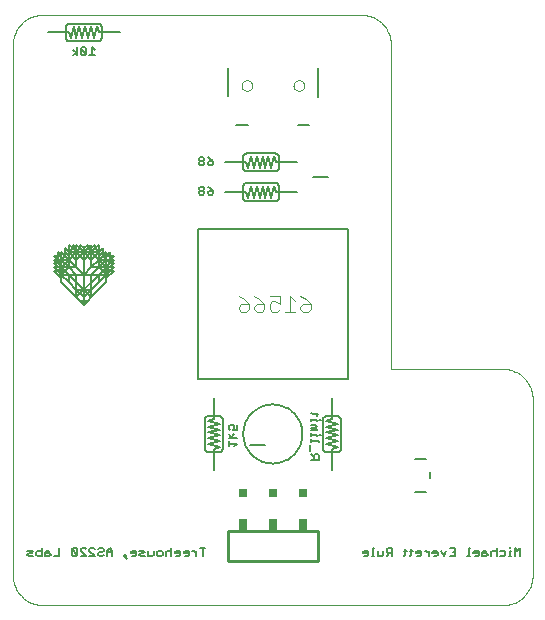
<source format=gbo>
G75*
G70*
%OFA0B0*%
%FSLAX24Y24*%
%IPPOS*%
%LPD*%
%AMOC8*
5,1,8,0,0,1.08239X$1,22.5*
%
%ADD10C,0.0000*%
%ADD11C,0.0050*%
%ADD12C,0.0040*%
%ADD13C,0.0080*%
%ADD14C,0.0100*%
%ADD15R,0.0300X0.0400*%
%ADD16R,0.0300X0.0300*%
D10*
X001123Y001047D02*
X016445Y001047D01*
X016505Y001049D01*
X016566Y001054D01*
X016625Y001063D01*
X016684Y001076D01*
X016743Y001092D01*
X016800Y001112D01*
X016855Y001135D01*
X016910Y001162D01*
X016962Y001191D01*
X017013Y001224D01*
X017062Y001260D01*
X017108Y001298D01*
X017152Y001340D01*
X017194Y001384D01*
X017232Y001430D01*
X017268Y001479D01*
X017301Y001530D01*
X017330Y001582D01*
X017357Y001637D01*
X017380Y001692D01*
X017400Y001749D01*
X017416Y001808D01*
X017429Y001867D01*
X017438Y001926D01*
X017443Y001987D01*
X017445Y002047D01*
X017445Y007921D01*
X017443Y007981D01*
X017438Y008042D01*
X017429Y008101D01*
X017416Y008160D01*
X017400Y008219D01*
X017380Y008276D01*
X017357Y008331D01*
X017330Y008386D01*
X017301Y008438D01*
X017268Y008489D01*
X017232Y008538D01*
X017194Y008584D01*
X017152Y008628D01*
X017108Y008670D01*
X017062Y008708D01*
X017013Y008744D01*
X016962Y008777D01*
X016910Y008806D01*
X016855Y008833D01*
X016800Y008856D01*
X016743Y008876D01*
X016684Y008892D01*
X016625Y008905D01*
X016566Y008914D01*
X016505Y008919D01*
X016445Y008921D01*
X012721Y008921D01*
X012721Y019732D01*
X012719Y019792D01*
X012714Y019853D01*
X012705Y019912D01*
X012692Y019971D01*
X012676Y020030D01*
X012656Y020087D01*
X012633Y020142D01*
X012606Y020197D01*
X012577Y020249D01*
X012544Y020300D01*
X012508Y020349D01*
X012470Y020395D01*
X012428Y020439D01*
X012384Y020481D01*
X012338Y020519D01*
X012289Y020555D01*
X012238Y020588D01*
X012186Y020617D01*
X012131Y020644D01*
X012076Y020667D01*
X012019Y020687D01*
X011960Y020703D01*
X011901Y020716D01*
X011842Y020725D01*
X011781Y020730D01*
X011721Y020732D01*
X001123Y020732D01*
X001063Y020730D01*
X001002Y020725D01*
X000943Y020716D01*
X000884Y020703D01*
X000825Y020687D01*
X000768Y020667D01*
X000713Y020644D01*
X000658Y020617D01*
X000606Y020588D01*
X000555Y020555D01*
X000506Y020519D01*
X000460Y020481D01*
X000416Y020439D01*
X000374Y020395D01*
X000336Y020349D01*
X000300Y020300D01*
X000267Y020249D01*
X000238Y020197D01*
X000211Y020142D01*
X000188Y020087D01*
X000168Y020030D01*
X000152Y019971D01*
X000139Y019912D01*
X000130Y019853D01*
X000125Y019792D01*
X000123Y019732D01*
X000123Y002047D01*
X000125Y001987D01*
X000130Y001926D01*
X000139Y001867D01*
X000152Y001808D01*
X000168Y001749D01*
X000188Y001692D01*
X000211Y001637D01*
X000238Y001582D01*
X000267Y001530D01*
X000300Y001479D01*
X000336Y001430D01*
X000374Y001384D01*
X000416Y001340D01*
X000460Y001298D01*
X000506Y001260D01*
X000555Y001224D01*
X000606Y001191D01*
X000658Y001162D01*
X000713Y001135D01*
X000768Y001112D01*
X000825Y001092D01*
X000884Y001076D01*
X000943Y001063D01*
X001002Y001054D01*
X001063Y001049D01*
X001123Y001047D01*
X007741Y018370D02*
X007743Y018396D01*
X007749Y018422D01*
X007759Y018447D01*
X007772Y018470D01*
X007788Y018490D01*
X007808Y018508D01*
X007830Y018523D01*
X007853Y018535D01*
X007879Y018543D01*
X007905Y018547D01*
X007931Y018547D01*
X007957Y018543D01*
X007983Y018535D01*
X008007Y018523D01*
X008028Y018508D01*
X008048Y018490D01*
X008064Y018470D01*
X008077Y018447D01*
X008087Y018422D01*
X008093Y018396D01*
X008095Y018370D01*
X008093Y018344D01*
X008087Y018318D01*
X008077Y018293D01*
X008064Y018270D01*
X008048Y018250D01*
X008028Y018232D01*
X008006Y018217D01*
X007983Y018205D01*
X007957Y018197D01*
X007931Y018193D01*
X007905Y018193D01*
X007879Y018197D01*
X007853Y018205D01*
X007829Y018217D01*
X007808Y018232D01*
X007788Y018250D01*
X007772Y018270D01*
X007759Y018293D01*
X007749Y018318D01*
X007743Y018344D01*
X007741Y018370D01*
X009473Y018370D02*
X009475Y018396D01*
X009481Y018422D01*
X009491Y018447D01*
X009504Y018470D01*
X009520Y018490D01*
X009540Y018508D01*
X009562Y018523D01*
X009585Y018535D01*
X009611Y018543D01*
X009637Y018547D01*
X009663Y018547D01*
X009689Y018543D01*
X009715Y018535D01*
X009739Y018523D01*
X009760Y018508D01*
X009780Y018490D01*
X009796Y018470D01*
X009809Y018447D01*
X009819Y018422D01*
X009825Y018396D01*
X009827Y018370D01*
X009825Y018344D01*
X009819Y018318D01*
X009809Y018293D01*
X009796Y018270D01*
X009780Y018250D01*
X009760Y018232D01*
X009738Y018217D01*
X009715Y018205D01*
X009689Y018197D01*
X009663Y018193D01*
X009637Y018193D01*
X009611Y018197D01*
X009585Y018205D01*
X009561Y018217D01*
X009540Y018232D01*
X009520Y018250D01*
X009504Y018270D01*
X009491Y018293D01*
X009481Y018318D01*
X009475Y018344D01*
X009473Y018370D01*
D11*
X010280Y017976D02*
X010280Y018960D01*
X010004Y017070D02*
X009611Y017070D01*
X008881Y016106D02*
X007900Y016106D01*
X007883Y016104D01*
X007866Y016100D01*
X007850Y016093D01*
X007836Y016083D01*
X007823Y016070D01*
X007813Y016056D01*
X007806Y016040D01*
X007802Y016023D01*
X007800Y016006D01*
X007800Y015615D01*
X007802Y015598D01*
X007806Y015581D01*
X007813Y015565D01*
X007823Y015551D01*
X007836Y015538D01*
X007850Y015528D01*
X007866Y015521D01*
X007883Y015517D01*
X007900Y015515D01*
X008881Y015515D01*
X008898Y015517D01*
X008915Y015521D01*
X008931Y015528D01*
X008945Y015538D01*
X008958Y015551D01*
X008968Y015565D01*
X008975Y015581D01*
X008979Y015598D01*
X008981Y015615D01*
X008981Y016006D01*
X008979Y016023D01*
X008975Y016040D01*
X008968Y016056D01*
X008958Y016070D01*
X008945Y016083D01*
X008931Y016093D01*
X008915Y016100D01*
X008898Y016104D01*
X008881Y016106D01*
X008833Y016007D02*
X008882Y015810D01*
X009579Y015810D01*
X008881Y015121D02*
X007900Y015121D01*
X007883Y015119D01*
X007866Y015115D01*
X007850Y015108D01*
X007836Y015098D01*
X007823Y015085D01*
X007813Y015071D01*
X007806Y015055D01*
X007802Y015038D01*
X007800Y015021D01*
X007800Y014631D01*
X007802Y014614D01*
X007806Y014597D01*
X007813Y014581D01*
X007823Y014567D01*
X007836Y014554D01*
X007850Y014544D01*
X007866Y014537D01*
X007883Y014533D01*
X007900Y014531D01*
X008881Y014531D01*
X008898Y014533D01*
X008915Y014537D01*
X008931Y014544D01*
X008945Y014554D01*
X008958Y014567D01*
X008968Y014581D01*
X008975Y014597D01*
X008979Y014614D01*
X008981Y014631D01*
X008981Y015021D01*
X008979Y015038D01*
X008975Y015055D01*
X008968Y015071D01*
X008958Y015085D01*
X008945Y015098D01*
X008931Y015108D01*
X008915Y015115D01*
X008898Y015119D01*
X008881Y015121D01*
X008833Y015023D02*
X008882Y014826D01*
X009579Y014826D01*
X008833Y015023D02*
X008735Y014629D01*
X008636Y015023D01*
X008538Y014629D01*
X008440Y015023D01*
X008341Y014629D01*
X008243Y015023D01*
X008144Y014629D01*
X008046Y015023D01*
X007947Y014629D01*
X007898Y014826D01*
X007201Y014826D01*
X006789Y014863D02*
X006654Y014863D01*
X006609Y014818D01*
X006609Y014773D01*
X006654Y014728D01*
X006744Y014728D01*
X006789Y014773D01*
X006789Y014863D01*
X006699Y014953D01*
X006609Y014998D01*
X006495Y014953D02*
X006495Y014908D01*
X006450Y014863D01*
X006359Y014863D01*
X006314Y014818D01*
X006314Y014773D01*
X006359Y014728D01*
X006450Y014728D01*
X006495Y014773D01*
X006495Y014818D01*
X006450Y014863D01*
X006359Y014863D02*
X006314Y014908D01*
X006314Y014953D01*
X006359Y014998D01*
X006450Y014998D01*
X006495Y014953D01*
X006450Y015712D02*
X006495Y015757D01*
X006495Y015802D01*
X006450Y015847D01*
X006359Y015847D01*
X006314Y015802D01*
X006314Y015757D01*
X006359Y015712D01*
X006450Y015712D01*
X006450Y015847D02*
X006495Y015892D01*
X006495Y015937D01*
X006450Y015983D01*
X006359Y015983D01*
X006314Y015937D01*
X006314Y015892D01*
X006359Y015847D01*
X006609Y015802D02*
X006609Y015757D01*
X006654Y015712D01*
X006744Y015712D01*
X006789Y015757D01*
X006789Y015847D01*
X006654Y015847D01*
X006609Y015802D01*
X006699Y015937D02*
X006609Y015983D01*
X006699Y015937D02*
X006789Y015847D01*
X007201Y015810D02*
X007898Y015810D01*
X007947Y015614D01*
X008046Y016007D01*
X008144Y015614D01*
X008243Y016007D01*
X008341Y015614D01*
X008440Y016007D01*
X008538Y015614D01*
X008636Y016007D01*
X008735Y015614D01*
X008833Y016007D01*
X007957Y017070D02*
X007564Y017070D01*
X007288Y018015D02*
X007288Y018960D01*
X003674Y020141D02*
X002977Y020141D01*
X002928Y020338D01*
X002829Y019944D01*
X002731Y020338D01*
X002632Y019944D01*
X002534Y020338D01*
X002436Y019944D01*
X002337Y020338D01*
X002239Y019944D01*
X002140Y020338D01*
X002042Y019944D01*
X001993Y020141D01*
X001296Y020141D01*
X001894Y019946D02*
X001894Y020336D01*
X001896Y020353D01*
X001900Y020370D01*
X001907Y020386D01*
X001917Y020400D01*
X001930Y020413D01*
X001944Y020423D01*
X001960Y020430D01*
X001977Y020434D01*
X001994Y020436D01*
X002975Y020436D01*
X002992Y020434D01*
X003009Y020430D01*
X003025Y020423D01*
X003039Y020413D01*
X003052Y020400D01*
X003062Y020386D01*
X003069Y020370D01*
X003073Y020353D01*
X003075Y020336D01*
X003075Y019946D01*
X003073Y019929D01*
X003069Y019912D01*
X003062Y019896D01*
X003052Y019882D01*
X003039Y019869D01*
X003025Y019859D01*
X003009Y019852D01*
X002992Y019848D01*
X002975Y019846D01*
X001994Y019846D01*
X001977Y019848D01*
X001960Y019852D01*
X001944Y019859D01*
X001930Y019869D01*
X001917Y019882D01*
X001907Y019896D01*
X001900Y019912D01*
X001896Y019929D01*
X001894Y019946D01*
X002129Y019559D02*
X002264Y019469D01*
X002129Y019379D01*
X002264Y019379D02*
X002264Y019649D01*
X002379Y019604D02*
X002379Y019424D01*
X002424Y019379D01*
X002514Y019379D01*
X002559Y019424D01*
X002379Y019604D01*
X002424Y019649D01*
X002514Y019649D01*
X002559Y019604D01*
X002559Y019424D01*
X002673Y019379D02*
X002854Y019379D01*
X002763Y019379D02*
X002763Y019649D01*
X002854Y019559D01*
X006284Y013586D02*
X011284Y013586D01*
X011284Y008586D01*
X006284Y008586D01*
X006284Y013586D01*
X003485Y012695D02*
X003360Y012695D01*
X003360Y012820D01*
X003235Y012695D01*
X003360Y012695D01*
X003360Y012570D01*
X003485Y012695D01*
X003485Y012570D02*
X003360Y012445D01*
X003485Y012445D01*
X003360Y012320D01*
X003485Y012320D01*
X003360Y012195D01*
X002985Y012570D01*
X002735Y012820D01*
X002235Y012820D01*
X001985Y012570D01*
X001610Y012195D01*
X001860Y012195D01*
X001985Y012070D01*
X001985Y011820D01*
X001735Y012070D01*
X001735Y012320D01*
X001735Y012570D01*
X001610Y012445D01*
X001485Y012445D01*
X001610Y012320D01*
X001485Y012320D01*
X001610Y012195D01*
X001485Y012195D01*
X001735Y011945D01*
X001735Y011820D01*
X002235Y011320D01*
X002235Y012070D01*
X001985Y012070D01*
X002735Y011320D01*
X002735Y011570D01*
X002735Y012070D01*
X002985Y012070D01*
X002985Y011820D01*
X003235Y012070D01*
X003235Y012320D01*
X003235Y012570D01*
X003110Y012695D01*
X003110Y012820D01*
X003110Y012945D01*
X002985Y012820D01*
X002860Y012945D01*
X002860Y013070D01*
X002735Y012945D01*
X002735Y013070D01*
X002610Y012945D01*
X002735Y012820D01*
X002985Y012820D01*
X002735Y012570D01*
X002485Y012820D01*
X002235Y012570D01*
X001985Y012820D01*
X001860Y012945D01*
X001860Y012820D01*
X001860Y012695D01*
X001735Y012570D01*
X001985Y012570D01*
X001985Y012320D01*
X002235Y012070D01*
X002485Y012070D01*
X002735Y012070D01*
X002985Y012320D01*
X002985Y012570D01*
X003235Y012570D01*
X003360Y012445D01*
X003235Y012320D01*
X003110Y012195D01*
X003360Y012195D01*
X003485Y012195D01*
X003235Y011945D01*
X003235Y011820D01*
X002735Y011320D01*
X002610Y011195D01*
X002360Y011195D01*
X002235Y011320D01*
X002985Y012070D01*
X003110Y012195D01*
X003235Y012070D01*
X002985Y012070D01*
X003110Y012195D02*
X002985Y012320D01*
X003235Y012570D01*
X003235Y012695D01*
X003235Y012820D01*
X003110Y012695D01*
X002985Y012570D01*
X002985Y012695D01*
X003110Y012820D01*
X002985Y012820D02*
X002985Y013070D01*
X002860Y012945D01*
X002735Y012820D01*
X002735Y012945D01*
X002735Y012820D02*
X002735Y012570D01*
X002735Y012320D01*
X002985Y012320D01*
X003235Y012320D01*
X003360Y012320D01*
X003360Y012195D02*
X003235Y012070D01*
X003235Y011945D01*
X002985Y011820D02*
X002735Y011570D01*
X002235Y011570D01*
X001985Y011820D01*
X001985Y012070D02*
X001735Y012070D01*
X001735Y011945D01*
X001735Y012070D02*
X001610Y012195D01*
X001610Y012320D02*
X001735Y012320D01*
X001860Y012195D01*
X001735Y012070D01*
X001860Y012195D02*
X001985Y012320D01*
X001735Y012570D01*
X001735Y012695D01*
X001610Y012820D01*
X001610Y012695D01*
X001485Y012695D01*
X001610Y012570D01*
X001610Y012695D01*
X001735Y012695D01*
X001735Y012820D01*
X001860Y012695D01*
X001985Y012570D01*
X001985Y012695D01*
X001860Y012820D01*
X001985Y012820D02*
X002110Y012945D01*
X002110Y013070D01*
X002235Y012945D01*
X002235Y012820D01*
X001985Y012820D01*
X001985Y013070D01*
X002110Y012945D01*
X002235Y012820D01*
X002360Y012945D01*
X002360Y013070D01*
X002485Y012945D01*
X002485Y012820D01*
X002485Y012570D01*
X002735Y012820D01*
X002610Y012945D02*
X002610Y013070D01*
X002485Y012945D01*
X002485Y012820D02*
X002360Y012945D01*
X002235Y013070D01*
X002235Y012945D01*
X002235Y012820D02*
X002235Y012570D01*
X002235Y012320D01*
X001985Y012320D01*
X001735Y012320D01*
X001610Y012445D01*
X001485Y012570D01*
X001610Y012570D01*
X001735Y012570D01*
X001985Y012570D02*
X002235Y012320D01*
X002485Y012070D01*
X002735Y012320D01*
X002985Y012570D01*
X002985Y012695D02*
X002985Y012820D01*
X003235Y012570D02*
X003360Y012570D01*
X003485Y012570D01*
X002610Y012945D02*
X002485Y012820D01*
X002485Y012570D02*
X002235Y012820D01*
X002485Y012570D02*
X002485Y012070D01*
X002485Y011320D01*
X002735Y011570D01*
X002610Y011195D02*
X002485Y011070D01*
X002360Y011195D01*
X002485Y011070D02*
X002485Y011320D01*
X002235Y011570D01*
X001985Y012695D02*
X001985Y012820D01*
X006620Y007346D02*
X007011Y007346D01*
X007028Y007344D01*
X007045Y007340D01*
X007061Y007333D01*
X007075Y007323D01*
X007088Y007310D01*
X007098Y007296D01*
X007105Y007280D01*
X007109Y007263D01*
X007111Y007246D01*
X007111Y006265D01*
X007109Y006248D01*
X007105Y006231D01*
X007098Y006215D01*
X007088Y006201D01*
X007075Y006188D01*
X007061Y006178D01*
X007045Y006171D01*
X007028Y006167D01*
X007011Y006165D01*
X006620Y006165D01*
X006603Y006167D01*
X006586Y006171D01*
X006570Y006178D01*
X006556Y006188D01*
X006543Y006201D01*
X006533Y006215D01*
X006526Y006231D01*
X006522Y006248D01*
X006520Y006265D01*
X006520Y007246D01*
X006522Y007263D01*
X006526Y007280D01*
X006533Y007296D01*
X006543Y007310D01*
X006556Y007323D01*
X006570Y007333D01*
X006586Y007340D01*
X006603Y007344D01*
X006620Y007346D01*
X006619Y007198D02*
X006816Y007247D01*
X006816Y007944D01*
X006619Y007198D02*
X007012Y007100D01*
X006619Y007001D01*
X007012Y006903D01*
X006619Y006805D01*
X007012Y006706D01*
X006619Y006608D01*
X007012Y006509D01*
X006619Y006411D01*
X007012Y006312D01*
X006816Y006263D01*
X006816Y005566D01*
X007308Y006339D02*
X007308Y006519D01*
X007308Y006429D02*
X007578Y006429D01*
X007488Y006339D01*
X007398Y006634D02*
X007488Y006769D01*
X007443Y006879D02*
X007488Y006969D01*
X007488Y007014D01*
X007443Y007060D01*
X007353Y007060D01*
X007308Y007014D01*
X007308Y006924D01*
X007353Y006879D01*
X007443Y006879D02*
X007578Y006879D01*
X007578Y007060D01*
X007308Y006769D02*
X007398Y006634D01*
X007308Y006634D02*
X007578Y006634D01*
X010019Y006373D02*
X010019Y006193D01*
X010064Y006078D02*
X010154Y005988D01*
X010154Y006033D02*
X010154Y005898D01*
X010064Y005898D02*
X010334Y005898D01*
X010334Y006033D01*
X010289Y006078D01*
X010199Y006078D01*
X010154Y006033D01*
X010457Y006265D02*
X010457Y007246D01*
X010379Y007220D02*
X010334Y007220D01*
X010244Y007220D02*
X010064Y007220D01*
X010064Y007175D02*
X010064Y007265D01*
X010109Y007416D02*
X010064Y007461D01*
X010109Y007416D02*
X010289Y007416D01*
X010244Y007371D02*
X010244Y007461D01*
X010244Y007220D02*
X010244Y007175D01*
X010199Y007060D02*
X010064Y007060D01*
X010064Y006970D02*
X010199Y006970D01*
X010244Y007015D01*
X010199Y007060D01*
X010199Y006970D02*
X010244Y006925D01*
X010244Y006880D01*
X010064Y006880D01*
X010064Y006774D02*
X010064Y006684D01*
X010064Y006729D02*
X010244Y006729D01*
X010244Y006684D01*
X010334Y006729D02*
X010379Y006729D01*
X010556Y006805D02*
X010949Y006903D01*
X010556Y007001D01*
X010949Y007100D01*
X010556Y007198D01*
X010753Y007247D01*
X010753Y007944D01*
X010948Y007346D02*
X010557Y007346D01*
X010540Y007344D01*
X010523Y007340D01*
X010507Y007333D01*
X010493Y007323D01*
X010480Y007310D01*
X010470Y007296D01*
X010463Y007280D01*
X010459Y007263D01*
X010457Y007246D01*
X010556Y006805D02*
X010949Y006706D01*
X010556Y006608D01*
X010949Y006509D01*
X010556Y006411D01*
X010949Y006312D01*
X010753Y006263D01*
X010753Y005566D01*
X010948Y006165D02*
X010557Y006165D01*
X010540Y006167D01*
X010523Y006171D01*
X010507Y006178D01*
X010493Y006188D01*
X010480Y006201D01*
X010470Y006215D01*
X010463Y006231D01*
X010459Y006248D01*
X010457Y006265D01*
X010334Y006487D02*
X010334Y006532D01*
X010064Y006532D01*
X010064Y006487D02*
X010064Y006577D01*
X010948Y006165D02*
X010965Y006167D01*
X010982Y006171D01*
X010998Y006178D01*
X011012Y006188D01*
X011025Y006201D01*
X011035Y006215D01*
X011042Y006231D01*
X011046Y006248D01*
X011048Y006265D01*
X011048Y007246D01*
X011046Y007263D01*
X011042Y007280D01*
X011035Y007296D01*
X011025Y007310D01*
X011012Y007323D01*
X010998Y007333D01*
X010982Y007340D01*
X010965Y007344D01*
X010948Y007346D01*
X012120Y002954D02*
X012120Y002683D01*
X012165Y002683D02*
X012075Y002683D01*
X011969Y002728D02*
X011969Y002818D01*
X011924Y002863D01*
X011833Y002863D01*
X011788Y002818D01*
X011788Y002773D01*
X011969Y002773D01*
X011969Y002728D02*
X011924Y002683D01*
X011833Y002683D01*
X012120Y002954D02*
X012165Y002954D01*
X012279Y002863D02*
X012279Y002683D01*
X012415Y002683D01*
X012460Y002728D01*
X012460Y002863D01*
X012574Y002818D02*
X012619Y002773D01*
X012754Y002773D01*
X012754Y002683D02*
X012754Y002954D01*
X012619Y002954D01*
X012574Y002909D01*
X012574Y002818D01*
X012664Y002773D02*
X012574Y002683D01*
X013155Y002683D02*
X013200Y002728D01*
X013200Y002909D01*
X013245Y002863D02*
X013155Y002863D01*
X013352Y002863D02*
X013442Y002863D01*
X013397Y002909D02*
X013397Y002728D01*
X013352Y002683D01*
X013556Y002773D02*
X013736Y002773D01*
X013736Y002728D02*
X013736Y002818D01*
X013691Y002863D01*
X013601Y002863D01*
X013556Y002818D01*
X013556Y002773D01*
X013601Y002683D02*
X013691Y002683D01*
X013736Y002728D01*
X013847Y002863D02*
X013892Y002863D01*
X013982Y002773D01*
X013982Y002683D02*
X013982Y002863D01*
X014096Y002818D02*
X014096Y002773D01*
X014277Y002773D01*
X014277Y002728D02*
X014277Y002818D01*
X014232Y002863D01*
X014142Y002863D01*
X014096Y002818D01*
X014142Y002683D02*
X014232Y002683D01*
X014277Y002728D01*
X014391Y002863D02*
X014481Y002683D01*
X014571Y002863D01*
X014686Y002954D02*
X014866Y002954D01*
X014866Y002683D01*
X014686Y002683D01*
X014776Y002818D02*
X014866Y002818D01*
X015267Y002683D02*
X015357Y002683D01*
X015312Y002683D02*
X015312Y002954D01*
X015357Y002954D01*
X015472Y002818D02*
X015472Y002773D01*
X015652Y002773D01*
X015652Y002728D02*
X015652Y002818D01*
X015607Y002863D01*
X015517Y002863D01*
X015472Y002818D01*
X015517Y002683D02*
X015607Y002683D01*
X015652Y002728D01*
X015766Y002683D02*
X015766Y002818D01*
X015811Y002863D01*
X015901Y002863D01*
X015901Y002773D02*
X015766Y002773D01*
X015766Y002683D02*
X015901Y002683D01*
X015946Y002728D01*
X015901Y002773D01*
X016061Y002818D02*
X016061Y002683D01*
X016061Y002818D02*
X016106Y002863D01*
X016196Y002863D01*
X016241Y002818D01*
X016355Y002863D02*
X016491Y002863D01*
X016536Y002818D01*
X016536Y002728D01*
X016491Y002683D01*
X016355Y002683D01*
X016241Y002683D02*
X016241Y002954D01*
X016687Y002954D02*
X016687Y002999D01*
X016687Y002863D02*
X016687Y002683D01*
X016732Y002683D02*
X016642Y002683D01*
X016687Y002863D02*
X016732Y002863D01*
X016847Y002954D02*
X016847Y002683D01*
X017027Y002683D02*
X017027Y002954D01*
X016937Y002863D01*
X016847Y002954D01*
X006532Y002954D02*
X006352Y002954D01*
X006442Y002954D02*
X006442Y002683D01*
X006237Y002683D02*
X006237Y002863D01*
X006237Y002773D02*
X006147Y002863D01*
X006102Y002863D01*
X005991Y002818D02*
X005946Y002863D01*
X005856Y002863D01*
X005811Y002818D01*
X005811Y002773D01*
X005991Y002773D01*
X005991Y002728D02*
X005991Y002818D01*
X005991Y002728D02*
X005946Y002683D01*
X005856Y002683D01*
X005697Y002728D02*
X005697Y002818D01*
X005652Y002863D01*
X005562Y002863D01*
X005517Y002818D01*
X005517Y002773D01*
X005697Y002773D01*
X005697Y002728D02*
X005652Y002683D01*
X005562Y002683D01*
X005402Y002683D02*
X005402Y002954D01*
X005357Y002863D02*
X005267Y002863D01*
X005222Y002818D01*
X005222Y002683D01*
X005108Y002728D02*
X005062Y002683D01*
X004972Y002683D01*
X004927Y002728D01*
X004927Y002818D01*
X004972Y002863D01*
X005062Y002863D01*
X005108Y002818D01*
X005108Y002728D01*
X005357Y002863D02*
X005402Y002818D01*
X004813Y002863D02*
X004813Y002728D01*
X004768Y002683D01*
X004633Y002683D01*
X004633Y002863D01*
X004518Y002818D02*
X004473Y002863D01*
X004338Y002863D01*
X004383Y002773D02*
X004473Y002773D01*
X004518Y002818D01*
X004518Y002683D02*
X004383Y002683D01*
X004338Y002728D01*
X004383Y002773D01*
X004224Y002773D02*
X004043Y002773D01*
X004043Y002818D01*
X004088Y002863D01*
X004179Y002863D01*
X004224Y002818D01*
X004224Y002728D01*
X004179Y002683D01*
X004088Y002683D01*
X003929Y002593D02*
X003839Y002683D01*
X003884Y002683D01*
X003884Y002728D01*
X003839Y002728D01*
X003839Y002683D01*
X003438Y002683D02*
X003438Y002863D01*
X003348Y002954D01*
X003258Y002863D01*
X003258Y002683D01*
X003143Y002728D02*
X003098Y002683D01*
X003008Y002683D01*
X002963Y002728D01*
X002963Y002773D01*
X003008Y002818D01*
X003098Y002818D01*
X003143Y002863D01*
X003143Y002909D01*
X003098Y002954D01*
X003008Y002954D01*
X002963Y002909D01*
X002849Y002909D02*
X002803Y002954D01*
X002713Y002954D01*
X002668Y002909D01*
X002668Y002863D01*
X002849Y002683D01*
X002668Y002683D01*
X002554Y002683D02*
X002374Y002863D01*
X002374Y002909D01*
X002419Y002954D01*
X002509Y002954D01*
X002554Y002909D01*
X002554Y002683D02*
X002374Y002683D01*
X002259Y002728D02*
X002259Y002909D01*
X002214Y002954D01*
X002124Y002954D01*
X002079Y002909D01*
X002259Y002728D01*
X002214Y002683D01*
X002124Y002683D01*
X002079Y002728D01*
X002079Y002909D01*
X001670Y002954D02*
X001670Y002683D01*
X001490Y002683D01*
X001375Y002728D02*
X001330Y002773D01*
X001195Y002773D01*
X001195Y002818D02*
X001195Y002683D01*
X001330Y002683D01*
X001375Y002728D01*
X001330Y002863D02*
X001240Y002863D01*
X001195Y002818D01*
X001081Y002863D02*
X000945Y002863D01*
X000900Y002818D01*
X000900Y002728D01*
X000945Y002683D01*
X001081Y002683D01*
X001081Y002954D01*
X000786Y002818D02*
X000741Y002863D01*
X000606Y002863D01*
X000651Y002773D02*
X000741Y002773D01*
X000786Y002818D01*
X000786Y002683D02*
X000651Y002683D01*
X000606Y002728D01*
X000651Y002773D01*
X003258Y002818D02*
X003438Y002818D01*
D12*
X007730Y010826D02*
X007644Y010913D01*
X007644Y011000D01*
X007730Y011086D01*
X007991Y011086D01*
X007991Y010913D01*
X007904Y010826D01*
X007730Y010826D01*
X007991Y011086D02*
X007817Y011260D01*
X007644Y011346D01*
X008159Y011346D02*
X008333Y011260D01*
X008506Y011086D01*
X008246Y011086D01*
X008159Y011000D01*
X008159Y010913D01*
X008246Y010826D01*
X008419Y010826D01*
X008506Y010913D01*
X008506Y011086D01*
X008675Y011086D02*
X008675Y010913D01*
X008762Y010826D01*
X008935Y010826D01*
X009022Y010913D01*
X009022Y011086D02*
X008848Y011173D01*
X008762Y011173D01*
X008675Y011086D01*
X008675Y011346D02*
X009022Y011346D01*
X009022Y011086D01*
X009191Y010826D02*
X009537Y010826D01*
X009364Y010826D02*
X009364Y011346D01*
X009537Y011173D01*
X009706Y011346D02*
X009880Y011260D01*
X010053Y011086D01*
X009793Y011086D01*
X009706Y011000D01*
X009706Y010913D01*
X009793Y010826D01*
X009966Y010826D01*
X010053Y010913D01*
X010053Y011086D01*
D13*
X010109Y015326D02*
X010609Y015326D01*
X007800Y006755D02*
X007802Y006817D01*
X007808Y006880D01*
X007818Y006941D01*
X007832Y007002D01*
X007849Y007062D01*
X007870Y007121D01*
X007896Y007178D01*
X007924Y007233D01*
X007956Y007287D01*
X007992Y007338D01*
X008030Y007388D01*
X008072Y007434D01*
X008116Y007478D01*
X008164Y007519D01*
X008213Y007557D01*
X008265Y007591D01*
X008319Y007622D01*
X008375Y007650D01*
X008433Y007674D01*
X008492Y007695D01*
X008552Y007711D01*
X008613Y007724D01*
X008675Y007733D01*
X008737Y007738D01*
X008800Y007739D01*
X008862Y007736D01*
X008924Y007729D01*
X008986Y007718D01*
X009046Y007703D01*
X009106Y007685D01*
X009164Y007663D01*
X009221Y007637D01*
X009276Y007607D01*
X009329Y007574D01*
X009380Y007538D01*
X009428Y007499D01*
X009474Y007456D01*
X009517Y007411D01*
X009557Y007363D01*
X009594Y007313D01*
X009628Y007260D01*
X009659Y007206D01*
X009685Y007150D01*
X009709Y007092D01*
X009728Y007032D01*
X009744Y006972D01*
X009756Y006910D01*
X009764Y006849D01*
X009768Y006786D01*
X009768Y006724D01*
X009764Y006661D01*
X009756Y006600D01*
X009744Y006538D01*
X009728Y006478D01*
X009709Y006418D01*
X009685Y006360D01*
X009659Y006304D01*
X009628Y006250D01*
X009594Y006197D01*
X009557Y006147D01*
X009517Y006099D01*
X009474Y006054D01*
X009428Y006011D01*
X009380Y005972D01*
X009329Y005936D01*
X009276Y005903D01*
X009221Y005873D01*
X009164Y005847D01*
X009106Y005825D01*
X009046Y005807D01*
X008986Y005792D01*
X008924Y005781D01*
X008862Y005774D01*
X008800Y005771D01*
X008737Y005772D01*
X008675Y005777D01*
X008613Y005786D01*
X008552Y005799D01*
X008492Y005815D01*
X008433Y005836D01*
X008375Y005860D01*
X008319Y005888D01*
X008265Y005919D01*
X008213Y005953D01*
X008164Y005991D01*
X008116Y006032D01*
X008072Y006076D01*
X008030Y006122D01*
X007992Y006172D01*
X007956Y006223D01*
X007924Y006277D01*
X007896Y006332D01*
X007870Y006389D01*
X007849Y006448D01*
X007832Y006508D01*
X007818Y006569D01*
X007808Y006630D01*
X007802Y006693D01*
X007800Y006755D01*
X008030Y006393D02*
X008530Y006393D01*
X013536Y005937D02*
X013874Y005937D01*
X014024Y005483D02*
X014024Y005272D01*
X013874Y004817D02*
X013536Y004817D01*
D14*
X010284Y003537D02*
X010284Y002537D01*
X009284Y002537D01*
X008284Y002537D01*
X007284Y002537D01*
X007284Y003537D01*
X008284Y003537D01*
X009284Y003537D01*
X010284Y003537D01*
D15*
X009784Y003737D03*
X008784Y003737D03*
X007784Y003737D03*
D16*
X007784Y004787D03*
X008784Y004787D03*
X009784Y004787D03*
M02*

</source>
